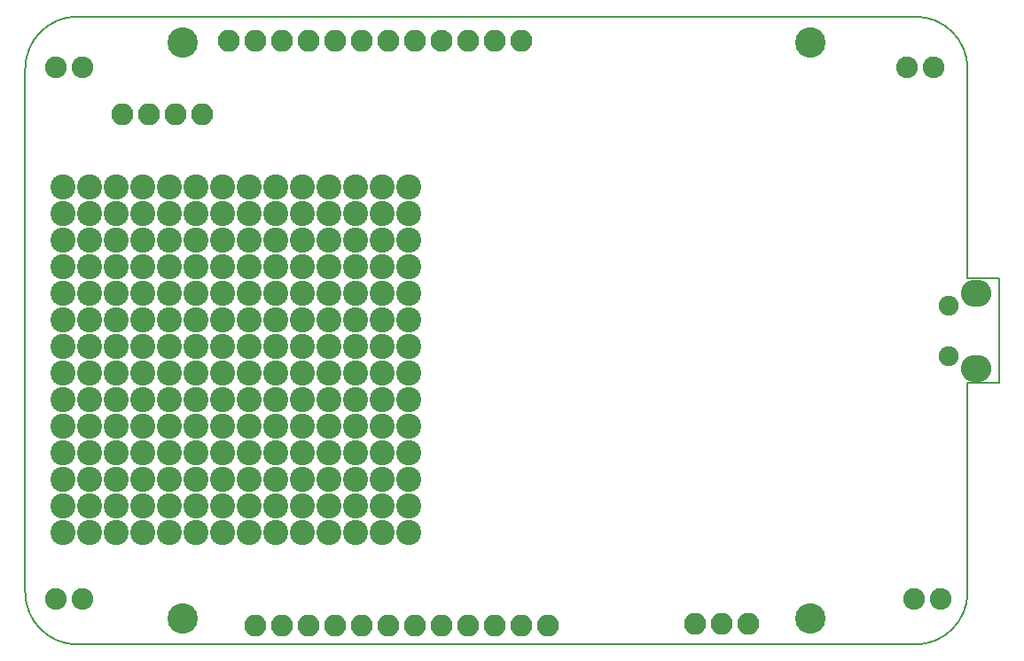
<source format=gbr>
G04 #@! TF.FileFunction,Soldermask,Bot*
%FSLAX46Y46*%
G04 Gerber Fmt 4.6, Leading zero omitted, Abs format (unit mm)*
G04 Created by KiCad (PCBNEW 4.0.7) date 09/27/17 05:37:22*
%MOMM*%
%LPD*%
G01*
G04 APERTURE LIST*
%ADD10C,0.100000*%
%ADD11C,0.150000*%
%ADD12O,2.100000X2.100000*%
%ADD13C,2.100000*%
%ADD14C,1.900000*%
%ADD15O,2.900000X2.600000*%
%ADD16C,2.076400*%
%ADD17C,2.900000*%
%ADD18C,2.400000*%
G04 APERTURE END LIST*
D10*
D11*
X65000000Y-112500000D02*
X65000000Y-82500000D01*
X155000000Y-77500000D02*
X155000000Y-87500000D01*
X65000000Y-122500000D02*
X65000000Y-112500000D01*
X65000000Y-72500000D02*
X65000000Y-82500000D01*
X158000000Y-102500000D02*
X155000000Y-102500000D01*
X158000000Y-92500000D02*
X158000000Y-102500000D01*
X155000000Y-92500000D02*
X158000000Y-92500000D01*
X150000000Y-67500000D02*
X70000000Y-67500000D01*
X155000000Y-77500000D02*
X155000000Y-72500000D01*
X155000000Y-122500000D02*
X155000000Y-102500000D01*
X70000000Y-127500000D02*
X150000000Y-127500000D01*
X155000000Y-72500000D02*
G75*
G03X150000000Y-67500000I-5000000J0D01*
G01*
X150000000Y-127500000D02*
G75*
G03X155000000Y-122500000I0J5000000D01*
G01*
X65000000Y-122500000D02*
G75*
G03X70000000Y-127500000I5000000J0D01*
G01*
X70000000Y-67500000D02*
G75*
G03X65000000Y-72500000I0J-5000000D01*
G01*
X155000000Y-92500000D02*
X155000000Y-87500000D01*
D12*
X79375000Y-76835000D03*
X81915000Y-76835000D03*
X86995000Y-125730000D03*
X89535000Y-125730000D03*
X74295000Y-76835000D03*
X76835000Y-76835000D03*
X92075000Y-125730000D03*
X94615000Y-125730000D03*
X99695000Y-69850000D03*
X102235000Y-69850000D03*
X97155000Y-69850000D03*
X94615000Y-69850000D03*
X92075000Y-69850000D03*
X89535000Y-69850000D03*
X86995000Y-69850000D03*
X84455000Y-69850000D03*
D13*
X104775000Y-69850000D03*
D12*
X112395000Y-69850000D03*
X109855000Y-69850000D03*
X107315000Y-69850000D03*
X102235000Y-125730000D03*
X99695000Y-125730000D03*
X97155000Y-125730000D03*
X109855000Y-125730000D03*
X107315000Y-125730000D03*
X104775000Y-125730000D03*
X114935000Y-125730000D03*
X112395000Y-125730000D03*
X129000000Y-125500000D03*
X131540000Y-125500000D03*
X134080000Y-125500000D03*
D14*
X153162000Y-99961000D03*
D15*
X155812000Y-101161000D03*
D14*
X153162000Y-95111000D03*
D15*
X155812000Y-93911000D03*
D16*
X67945000Y-72390000D03*
X70485000Y-72390000D03*
X70485000Y-123190000D03*
X67945000Y-123190000D03*
X151765000Y-72390000D03*
X149225000Y-72390000D03*
X149860000Y-123190000D03*
X152400000Y-123190000D03*
D17*
X140000000Y-125000000D03*
X140000000Y-70000000D03*
X80000000Y-125000000D03*
X80000000Y-70000000D03*
D18*
X68580000Y-83820000D03*
X68580000Y-86360000D03*
X68580000Y-88900000D03*
X68580000Y-91440000D03*
X68580000Y-93980000D03*
X68580000Y-96520000D03*
X68580000Y-99060000D03*
X68580000Y-101600000D03*
X68580000Y-104140000D03*
X68580000Y-106680000D03*
X68580000Y-109220000D03*
X68580000Y-111760000D03*
X68580000Y-114300000D03*
X68580000Y-116840000D03*
X71120000Y-83820000D03*
X71120000Y-86360000D03*
X71120000Y-88900000D03*
X71120000Y-91440000D03*
X71120000Y-93980000D03*
X71120000Y-96520000D03*
X71120000Y-99060000D03*
X71120000Y-101600000D03*
X71120000Y-104140000D03*
X71120000Y-106680000D03*
X71120000Y-109220000D03*
X71120000Y-111760000D03*
X71120000Y-114300000D03*
X71120000Y-116840000D03*
X73660000Y-83820000D03*
X73660000Y-86360000D03*
X73660000Y-88900000D03*
X73660000Y-91440000D03*
X73660000Y-93980000D03*
X73660000Y-96520000D03*
X73660000Y-99060000D03*
X73660000Y-101600000D03*
X73660000Y-104140000D03*
X73660000Y-106680000D03*
X73660000Y-109220000D03*
X73660000Y-111760000D03*
X73660000Y-114300000D03*
X73660000Y-116840000D03*
X78740000Y-83820000D03*
X78740000Y-86360000D03*
X78740000Y-88900000D03*
X78740000Y-91440000D03*
X78740000Y-93980000D03*
X78740000Y-96520000D03*
X78740000Y-99060000D03*
X78740000Y-101600000D03*
X78740000Y-104140000D03*
X78740000Y-106680000D03*
X78740000Y-109220000D03*
X78740000Y-111760000D03*
X78740000Y-114300000D03*
X78740000Y-116840000D03*
X96520000Y-83820000D03*
X96520000Y-86360000D03*
X96520000Y-88900000D03*
X96520000Y-91440000D03*
X96520000Y-93980000D03*
X96520000Y-96520000D03*
X96520000Y-99060000D03*
X96520000Y-101600000D03*
X96520000Y-104140000D03*
X96520000Y-106680000D03*
X96520000Y-109220000D03*
X96520000Y-111760000D03*
X96520000Y-114300000D03*
X96520000Y-116840000D03*
X99060000Y-83820000D03*
X99060000Y-86360000D03*
X99060000Y-88900000D03*
X99060000Y-91440000D03*
X99060000Y-93980000D03*
X99060000Y-96520000D03*
X99060000Y-99060000D03*
X99060000Y-101600000D03*
X99060000Y-104140000D03*
X99060000Y-106680000D03*
X99060000Y-109220000D03*
X99060000Y-111760000D03*
X99060000Y-114300000D03*
X99060000Y-116840000D03*
X101600000Y-83820000D03*
X101600000Y-86360000D03*
X101600000Y-88900000D03*
X101600000Y-91440000D03*
X101600000Y-93980000D03*
X101600000Y-96520000D03*
X101600000Y-99060000D03*
X101600000Y-101600000D03*
X101600000Y-104140000D03*
X101600000Y-106680000D03*
X101600000Y-109220000D03*
X101600000Y-111760000D03*
X101600000Y-114300000D03*
X101600000Y-116840000D03*
X88900000Y-83820000D03*
X88900000Y-86360000D03*
X88900000Y-88900000D03*
X88900000Y-91440000D03*
X88900000Y-93980000D03*
X88900000Y-96520000D03*
X88900000Y-99060000D03*
X88900000Y-101600000D03*
X88900000Y-104140000D03*
X88900000Y-106680000D03*
X88900000Y-109220000D03*
X88900000Y-111760000D03*
X88900000Y-114300000D03*
X88900000Y-116840000D03*
X91440000Y-83820000D03*
X91440000Y-86360000D03*
X91440000Y-88900000D03*
X91440000Y-91440000D03*
X91440000Y-93980000D03*
X91440000Y-96520000D03*
X91440000Y-99060000D03*
X91440000Y-101600000D03*
X91440000Y-104140000D03*
X91440000Y-106680000D03*
X91440000Y-109220000D03*
X91440000Y-111760000D03*
X91440000Y-114300000D03*
X91440000Y-116840000D03*
X76200000Y-83820000D03*
X76200000Y-86360000D03*
X76200000Y-88900000D03*
X76200000Y-91440000D03*
X76200000Y-93980000D03*
X76200000Y-96520000D03*
X76200000Y-99060000D03*
X76200000Y-101600000D03*
X76200000Y-104140000D03*
X76200000Y-106680000D03*
X76200000Y-109220000D03*
X76200000Y-111760000D03*
X76200000Y-114300000D03*
X76200000Y-116840000D03*
X93980000Y-83820000D03*
X93980000Y-86360000D03*
X93980000Y-88900000D03*
X93980000Y-91440000D03*
X93980000Y-93980000D03*
X93980000Y-96520000D03*
X93980000Y-99060000D03*
X93980000Y-101600000D03*
X93980000Y-104140000D03*
X93980000Y-106680000D03*
X93980000Y-109220000D03*
X93980000Y-111760000D03*
X93980000Y-114300000D03*
X93980000Y-116840000D03*
X81280000Y-83820000D03*
X81280000Y-86360000D03*
X81280000Y-88900000D03*
X81280000Y-91440000D03*
X81280000Y-93980000D03*
X81280000Y-96520000D03*
X81280000Y-99060000D03*
X81280000Y-101600000D03*
X81280000Y-104140000D03*
X81280000Y-106680000D03*
X81280000Y-109220000D03*
X81280000Y-111760000D03*
X81280000Y-114300000D03*
X81280000Y-116840000D03*
X83820000Y-83820000D03*
X83820000Y-86360000D03*
X83820000Y-88900000D03*
X83820000Y-91440000D03*
X83820000Y-93980000D03*
X83820000Y-96520000D03*
X83820000Y-99060000D03*
X83820000Y-101600000D03*
X83820000Y-104140000D03*
X83820000Y-106680000D03*
X83820000Y-109220000D03*
X83820000Y-111760000D03*
X83820000Y-114300000D03*
X83820000Y-116840000D03*
X86360000Y-83820000D03*
X86360000Y-86360000D03*
X86360000Y-88900000D03*
X86360000Y-91440000D03*
X86360000Y-93980000D03*
X86360000Y-96520000D03*
X86360000Y-99060000D03*
X86360000Y-101600000D03*
X86360000Y-104140000D03*
X86360000Y-106680000D03*
X86360000Y-109220000D03*
X86360000Y-111760000D03*
X86360000Y-114300000D03*
X86360000Y-116840000D03*
M02*

</source>
